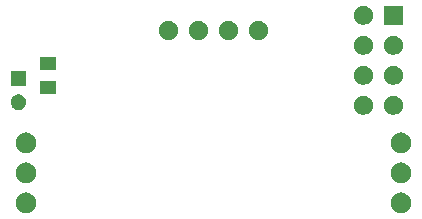
<source format=gbr>
G04 #@! TF.GenerationSoftware,KiCad,Pcbnew,(5.0.2)-1*
G04 #@! TF.CreationDate,2019-08-29T18:00:00-04:00*
G04 #@! TF.ProjectId,IGEM_Device,4947454d-5f44-4657-9669-63652e6b6963,rev?*
G04 #@! TF.SameCoordinates,Original*
G04 #@! TF.FileFunction,Soldermask,Bot*
G04 #@! TF.FilePolarity,Negative*
%FSLAX46Y46*%
G04 Gerber Fmt 4.6, Leading zero omitted, Abs format (unit mm)*
G04 Created by KiCad (PCBNEW (5.0.2)-1) date 2019-08-29 6:00:00 PM*
%MOMM*%
%LPD*%
G01*
G04 APERTURE LIST*
%ADD10C,0.100000*%
G04 APERTURE END LIST*
D10*
G36*
X173525997Y-67720342D02*
X173610666Y-67737183D01*
X173676738Y-67764551D01*
X173770177Y-67803255D01*
X173913739Y-67899180D01*
X174035820Y-68021261D01*
X174131745Y-68164823D01*
X174197817Y-68324335D01*
X174231500Y-68493671D01*
X174231500Y-68666329D01*
X174197817Y-68835665D01*
X174131745Y-68995177D01*
X174035820Y-69138739D01*
X173913739Y-69260820D01*
X173770177Y-69356745D01*
X173676738Y-69395449D01*
X173610666Y-69422817D01*
X173525997Y-69439658D01*
X173441329Y-69456500D01*
X173268671Y-69456500D01*
X173184003Y-69439658D01*
X173099334Y-69422817D01*
X173033262Y-69395449D01*
X172939823Y-69356745D01*
X172796261Y-69260820D01*
X172674180Y-69138739D01*
X172578255Y-68995177D01*
X172512183Y-68835665D01*
X172478500Y-68666329D01*
X172478500Y-68493671D01*
X172512183Y-68324335D01*
X172578255Y-68164823D01*
X172674180Y-68021261D01*
X172796261Y-67899180D01*
X172939823Y-67803255D01*
X173033262Y-67764551D01*
X173099334Y-67737183D01*
X173184003Y-67720342D01*
X173268671Y-67703500D01*
X173441329Y-67703500D01*
X173525997Y-67720342D01*
X173525997Y-67720342D01*
G37*
G36*
X141775997Y-67720342D02*
X141860666Y-67737183D01*
X141926738Y-67764551D01*
X142020177Y-67803255D01*
X142163739Y-67899180D01*
X142285820Y-68021261D01*
X142381745Y-68164823D01*
X142447817Y-68324335D01*
X142481500Y-68493671D01*
X142481500Y-68666329D01*
X142447817Y-68835665D01*
X142381745Y-68995177D01*
X142285820Y-69138739D01*
X142163739Y-69260820D01*
X142020177Y-69356745D01*
X141926738Y-69395449D01*
X141860666Y-69422817D01*
X141775997Y-69439658D01*
X141691329Y-69456500D01*
X141518671Y-69456500D01*
X141434003Y-69439658D01*
X141349334Y-69422817D01*
X141283262Y-69395449D01*
X141189823Y-69356745D01*
X141046261Y-69260820D01*
X140924180Y-69138739D01*
X140828255Y-68995177D01*
X140762183Y-68835665D01*
X140728500Y-68666329D01*
X140728500Y-68493671D01*
X140762183Y-68324335D01*
X140828255Y-68164823D01*
X140924180Y-68021261D01*
X141046261Y-67899180D01*
X141189823Y-67803255D01*
X141283262Y-67764551D01*
X141349334Y-67737183D01*
X141434003Y-67720342D01*
X141518671Y-67703500D01*
X141691329Y-67703500D01*
X141775997Y-67720342D01*
X141775997Y-67720342D01*
G37*
G36*
X173525997Y-65180342D02*
X173610666Y-65197183D01*
X173676738Y-65224551D01*
X173770177Y-65263255D01*
X173913739Y-65359180D01*
X174035820Y-65481261D01*
X174131745Y-65624823D01*
X174197817Y-65784335D01*
X174231500Y-65953671D01*
X174231500Y-66126329D01*
X174197817Y-66295665D01*
X174131745Y-66455177D01*
X174035820Y-66598739D01*
X173913739Y-66720820D01*
X173770177Y-66816745D01*
X173676738Y-66855449D01*
X173610666Y-66882817D01*
X173525997Y-66899659D01*
X173441329Y-66916500D01*
X173268671Y-66916500D01*
X173184003Y-66899659D01*
X173099334Y-66882817D01*
X173033262Y-66855449D01*
X172939823Y-66816745D01*
X172796261Y-66720820D01*
X172674180Y-66598739D01*
X172578255Y-66455177D01*
X172512183Y-66295665D01*
X172478500Y-66126329D01*
X172478500Y-65953671D01*
X172512183Y-65784335D01*
X172578255Y-65624823D01*
X172674180Y-65481261D01*
X172796261Y-65359180D01*
X172939823Y-65263255D01*
X173033262Y-65224551D01*
X173099334Y-65197183D01*
X173184003Y-65180342D01*
X173268671Y-65163500D01*
X173441329Y-65163500D01*
X173525997Y-65180342D01*
X173525997Y-65180342D01*
G37*
G36*
X141775997Y-65180342D02*
X141860666Y-65197183D01*
X141926738Y-65224551D01*
X142020177Y-65263255D01*
X142163739Y-65359180D01*
X142285820Y-65481261D01*
X142381745Y-65624823D01*
X142447817Y-65784335D01*
X142481500Y-65953671D01*
X142481500Y-66126329D01*
X142447817Y-66295665D01*
X142381745Y-66455177D01*
X142285820Y-66598739D01*
X142163739Y-66720820D01*
X142020177Y-66816745D01*
X141926738Y-66855449D01*
X141860666Y-66882817D01*
X141775997Y-66899659D01*
X141691329Y-66916500D01*
X141518671Y-66916500D01*
X141434003Y-66899659D01*
X141349334Y-66882817D01*
X141283262Y-66855449D01*
X141189823Y-66816745D01*
X141046261Y-66720820D01*
X140924180Y-66598739D01*
X140828255Y-66455177D01*
X140762183Y-66295665D01*
X140728500Y-66126329D01*
X140728500Y-65953671D01*
X140762183Y-65784335D01*
X140828255Y-65624823D01*
X140924180Y-65481261D01*
X141046261Y-65359180D01*
X141189823Y-65263255D01*
X141283262Y-65224551D01*
X141349334Y-65197183D01*
X141434003Y-65180342D01*
X141518671Y-65163500D01*
X141691329Y-65163500D01*
X141775997Y-65180342D01*
X141775997Y-65180342D01*
G37*
G36*
X173525997Y-62640342D02*
X173610666Y-62657183D01*
X173676738Y-62684551D01*
X173770177Y-62723255D01*
X173913739Y-62819180D01*
X174035820Y-62941261D01*
X174131745Y-63084823D01*
X174197817Y-63244335D01*
X174231500Y-63413671D01*
X174231500Y-63586329D01*
X174197817Y-63755665D01*
X174131745Y-63915177D01*
X174035820Y-64058739D01*
X173913739Y-64180820D01*
X173770177Y-64276745D01*
X173676738Y-64315449D01*
X173610666Y-64342817D01*
X173525997Y-64359659D01*
X173441329Y-64376500D01*
X173268671Y-64376500D01*
X173184003Y-64359659D01*
X173099334Y-64342817D01*
X173033262Y-64315449D01*
X172939823Y-64276745D01*
X172796261Y-64180820D01*
X172674180Y-64058739D01*
X172578255Y-63915177D01*
X172512183Y-63755665D01*
X172478500Y-63586329D01*
X172478500Y-63413671D01*
X172512183Y-63244335D01*
X172578255Y-63084823D01*
X172674180Y-62941261D01*
X172796261Y-62819180D01*
X172939823Y-62723255D01*
X173033262Y-62684551D01*
X173099334Y-62657183D01*
X173184003Y-62640342D01*
X173268671Y-62623500D01*
X173441329Y-62623500D01*
X173525997Y-62640342D01*
X173525997Y-62640342D01*
G37*
G36*
X141775997Y-62640342D02*
X141860666Y-62657183D01*
X141926738Y-62684551D01*
X142020177Y-62723255D01*
X142163739Y-62819180D01*
X142285820Y-62941261D01*
X142381745Y-63084823D01*
X142447817Y-63244335D01*
X142481500Y-63413671D01*
X142481500Y-63586329D01*
X142447817Y-63755665D01*
X142381745Y-63915177D01*
X142285820Y-64058739D01*
X142163739Y-64180820D01*
X142020177Y-64276745D01*
X141926738Y-64315449D01*
X141860666Y-64342817D01*
X141775997Y-64359659D01*
X141691329Y-64376500D01*
X141518671Y-64376500D01*
X141434003Y-64359659D01*
X141349334Y-64342817D01*
X141283262Y-64315449D01*
X141189823Y-64276745D01*
X141046261Y-64180820D01*
X140924180Y-64058739D01*
X140828255Y-63915177D01*
X140762183Y-63755665D01*
X140728500Y-63586329D01*
X140728500Y-63413671D01*
X140762183Y-63244335D01*
X140828255Y-63084823D01*
X140924180Y-62941261D01*
X141046261Y-62819180D01*
X141189823Y-62723255D01*
X141283262Y-62684551D01*
X141349334Y-62657183D01*
X141434003Y-62640342D01*
X141518671Y-62623500D01*
X141691329Y-62623500D01*
X141775997Y-62640342D01*
X141775997Y-62640342D01*
G37*
G36*
X170414807Y-59550935D02*
X170414809Y-59550936D01*
X170414810Y-59550936D01*
X170561310Y-59611618D01*
X170599988Y-59637462D01*
X170693161Y-59699718D01*
X170805282Y-59811839D01*
X170805284Y-59811842D01*
X170893382Y-59943690D01*
X170912766Y-59990488D01*
X170954065Y-60090193D01*
X170985000Y-60245713D01*
X170985000Y-60404287D01*
X170971424Y-60472539D01*
X170954064Y-60559810D01*
X170893382Y-60706310D01*
X170893381Y-60706311D01*
X170805282Y-60838161D01*
X170693161Y-60950282D01*
X170693158Y-60950284D01*
X170561310Y-61038382D01*
X170414810Y-61099064D01*
X170414809Y-61099064D01*
X170414807Y-61099065D01*
X170259287Y-61130000D01*
X170100713Y-61130000D01*
X169945193Y-61099065D01*
X169945191Y-61099064D01*
X169945190Y-61099064D01*
X169798690Y-61038382D01*
X169666842Y-60950284D01*
X169666839Y-60950282D01*
X169554718Y-60838161D01*
X169466619Y-60706311D01*
X169466618Y-60706310D01*
X169405936Y-60559810D01*
X169388577Y-60472539D01*
X169375000Y-60404287D01*
X169375000Y-60245713D01*
X169405935Y-60090193D01*
X169447234Y-59990488D01*
X169466618Y-59943690D01*
X169554716Y-59811842D01*
X169554718Y-59811839D01*
X169666839Y-59699718D01*
X169760012Y-59637462D01*
X169798690Y-59611618D01*
X169945190Y-59550936D01*
X169945191Y-59550936D01*
X169945193Y-59550935D01*
X170100713Y-59520000D01*
X170259287Y-59520000D01*
X170414807Y-59550935D01*
X170414807Y-59550935D01*
G37*
G36*
X172954807Y-59550935D02*
X172954809Y-59550936D01*
X172954810Y-59550936D01*
X173101310Y-59611618D01*
X173139988Y-59637462D01*
X173233161Y-59699718D01*
X173345282Y-59811839D01*
X173345284Y-59811842D01*
X173433382Y-59943690D01*
X173452766Y-59990488D01*
X173494065Y-60090193D01*
X173525000Y-60245713D01*
X173525000Y-60404287D01*
X173511424Y-60472539D01*
X173494064Y-60559810D01*
X173433382Y-60706310D01*
X173433381Y-60706311D01*
X173345282Y-60838161D01*
X173233161Y-60950282D01*
X173233158Y-60950284D01*
X173101310Y-61038382D01*
X172954810Y-61099064D01*
X172954809Y-61099064D01*
X172954807Y-61099065D01*
X172799287Y-61130000D01*
X172640713Y-61130000D01*
X172485193Y-61099065D01*
X172485191Y-61099064D01*
X172485190Y-61099064D01*
X172338690Y-61038382D01*
X172206842Y-60950284D01*
X172206839Y-60950282D01*
X172094718Y-60838161D01*
X172006619Y-60706311D01*
X172006618Y-60706310D01*
X171945936Y-60559810D01*
X171928577Y-60472539D01*
X171915000Y-60404287D01*
X171915000Y-60245713D01*
X171945935Y-60090193D01*
X171987234Y-59990488D01*
X172006618Y-59943690D01*
X172094716Y-59811842D01*
X172094718Y-59811839D01*
X172206839Y-59699718D01*
X172300012Y-59637462D01*
X172338690Y-59611618D01*
X172485190Y-59550936D01*
X172485191Y-59550936D01*
X172485193Y-59550935D01*
X172640713Y-59520000D01*
X172799287Y-59520000D01*
X172954807Y-59550935D01*
X172954807Y-59550935D01*
G37*
G36*
X141161056Y-59425171D02*
X141280259Y-59474547D01*
X141348285Y-59520000D01*
X141387539Y-59546229D01*
X141478771Y-59637461D01*
X141550453Y-59744741D01*
X141599829Y-59863944D01*
X141625000Y-59990487D01*
X141625000Y-60119513D01*
X141599829Y-60246056D01*
X141550453Y-60365259D01*
X141524376Y-60404287D01*
X141478771Y-60472539D01*
X141387539Y-60563771D01*
X141280259Y-60635453D01*
X141161056Y-60684829D01*
X141034513Y-60710000D01*
X140905487Y-60710000D01*
X140778944Y-60684829D01*
X140659741Y-60635453D01*
X140552461Y-60563771D01*
X140461229Y-60472539D01*
X140415625Y-60404287D01*
X140389547Y-60365259D01*
X140340171Y-60246056D01*
X140315000Y-60119513D01*
X140315000Y-59990487D01*
X140340171Y-59863944D01*
X140389547Y-59744741D01*
X140461229Y-59637461D01*
X140552461Y-59546229D01*
X140591716Y-59520000D01*
X140659741Y-59474547D01*
X140778944Y-59425171D01*
X140905487Y-59400000D01*
X141034513Y-59400000D01*
X141161056Y-59425171D01*
X141161056Y-59425171D01*
G37*
G36*
X144186000Y-59336000D02*
X142834000Y-59336000D01*
X142834000Y-58234000D01*
X144186000Y-58234000D01*
X144186000Y-59336000D01*
X144186000Y-59336000D01*
G37*
G36*
X141625000Y-58710000D02*
X140315000Y-58710000D01*
X140315000Y-57400000D01*
X141625000Y-57400000D01*
X141625000Y-58710000D01*
X141625000Y-58710000D01*
G37*
G36*
X170414807Y-57010935D02*
X170414809Y-57010936D01*
X170414810Y-57010936D01*
X170561310Y-57071618D01*
X170561311Y-57071619D01*
X170693161Y-57159718D01*
X170805282Y-57271839D01*
X170805284Y-57271842D01*
X170893382Y-57403690D01*
X170954064Y-57550190D01*
X170985000Y-57705714D01*
X170985000Y-57864286D01*
X170954064Y-58019810D01*
X170893382Y-58166310D01*
X170893381Y-58166311D01*
X170805282Y-58298161D01*
X170693161Y-58410282D01*
X170693158Y-58410284D01*
X170561310Y-58498382D01*
X170414810Y-58559064D01*
X170414809Y-58559064D01*
X170414807Y-58559065D01*
X170259287Y-58590000D01*
X170100713Y-58590000D01*
X169945193Y-58559065D01*
X169945191Y-58559064D01*
X169945190Y-58559064D01*
X169798690Y-58498382D01*
X169666842Y-58410284D01*
X169666839Y-58410282D01*
X169554718Y-58298161D01*
X169466619Y-58166311D01*
X169466618Y-58166310D01*
X169405936Y-58019810D01*
X169375000Y-57864286D01*
X169375000Y-57705714D01*
X169405936Y-57550190D01*
X169466618Y-57403690D01*
X169554716Y-57271842D01*
X169554718Y-57271839D01*
X169666839Y-57159718D01*
X169798689Y-57071619D01*
X169798690Y-57071618D01*
X169945190Y-57010936D01*
X169945191Y-57010936D01*
X169945193Y-57010935D01*
X170100713Y-56980000D01*
X170259287Y-56980000D01*
X170414807Y-57010935D01*
X170414807Y-57010935D01*
G37*
G36*
X172954807Y-57010935D02*
X172954809Y-57010936D01*
X172954810Y-57010936D01*
X173101310Y-57071618D01*
X173101311Y-57071619D01*
X173233161Y-57159718D01*
X173345282Y-57271839D01*
X173345284Y-57271842D01*
X173433382Y-57403690D01*
X173494064Y-57550190D01*
X173525000Y-57705714D01*
X173525000Y-57864286D01*
X173494064Y-58019810D01*
X173433382Y-58166310D01*
X173433381Y-58166311D01*
X173345282Y-58298161D01*
X173233161Y-58410282D01*
X173233158Y-58410284D01*
X173101310Y-58498382D01*
X172954810Y-58559064D01*
X172954809Y-58559064D01*
X172954807Y-58559065D01*
X172799287Y-58590000D01*
X172640713Y-58590000D01*
X172485193Y-58559065D01*
X172485191Y-58559064D01*
X172485190Y-58559064D01*
X172338690Y-58498382D01*
X172206842Y-58410284D01*
X172206839Y-58410282D01*
X172094718Y-58298161D01*
X172006619Y-58166311D01*
X172006618Y-58166310D01*
X171945936Y-58019810D01*
X171915000Y-57864286D01*
X171915000Y-57705714D01*
X171945936Y-57550190D01*
X172006618Y-57403690D01*
X172094716Y-57271842D01*
X172094718Y-57271839D01*
X172206839Y-57159718D01*
X172338689Y-57071619D01*
X172338690Y-57071618D01*
X172485190Y-57010936D01*
X172485191Y-57010936D01*
X172485193Y-57010935D01*
X172640713Y-56980000D01*
X172799287Y-56980000D01*
X172954807Y-57010935D01*
X172954807Y-57010935D01*
G37*
G36*
X144186000Y-57336000D02*
X142834000Y-57336000D01*
X142834000Y-56234000D01*
X144186000Y-56234000D01*
X144186000Y-57336000D01*
X144186000Y-57336000D01*
G37*
G36*
X170414807Y-54470935D02*
X170414809Y-54470936D01*
X170414810Y-54470936D01*
X170561310Y-54531618D01*
X170561311Y-54531619D01*
X170693161Y-54619718D01*
X170805282Y-54731839D01*
X170805284Y-54731842D01*
X170893382Y-54863690D01*
X170954064Y-55010190D01*
X170985000Y-55165714D01*
X170985000Y-55324286D01*
X170954064Y-55479810D01*
X170893382Y-55626310D01*
X170893381Y-55626311D01*
X170805282Y-55758161D01*
X170693161Y-55870282D01*
X170693158Y-55870284D01*
X170561310Y-55958382D01*
X170414810Y-56019064D01*
X170414809Y-56019064D01*
X170414807Y-56019065D01*
X170259287Y-56050000D01*
X170100713Y-56050000D01*
X169945193Y-56019065D01*
X169945191Y-56019064D01*
X169945190Y-56019064D01*
X169798690Y-55958382D01*
X169666842Y-55870284D01*
X169666839Y-55870282D01*
X169554718Y-55758161D01*
X169466619Y-55626311D01*
X169466618Y-55626310D01*
X169405936Y-55479810D01*
X169375000Y-55324286D01*
X169375000Y-55165714D01*
X169405936Y-55010190D01*
X169466618Y-54863690D01*
X169554716Y-54731842D01*
X169554718Y-54731839D01*
X169666839Y-54619718D01*
X169798689Y-54531619D01*
X169798690Y-54531618D01*
X169945190Y-54470936D01*
X169945191Y-54470936D01*
X169945193Y-54470935D01*
X170100713Y-54440000D01*
X170259287Y-54440000D01*
X170414807Y-54470935D01*
X170414807Y-54470935D01*
G37*
G36*
X172954807Y-54470935D02*
X172954809Y-54470936D01*
X172954810Y-54470936D01*
X173101310Y-54531618D01*
X173101311Y-54531619D01*
X173233161Y-54619718D01*
X173345282Y-54731839D01*
X173345284Y-54731842D01*
X173433382Y-54863690D01*
X173494064Y-55010190D01*
X173525000Y-55165714D01*
X173525000Y-55324286D01*
X173494064Y-55479810D01*
X173433382Y-55626310D01*
X173433381Y-55626311D01*
X173345282Y-55758161D01*
X173233161Y-55870282D01*
X173233158Y-55870284D01*
X173101310Y-55958382D01*
X172954810Y-56019064D01*
X172954809Y-56019064D01*
X172954807Y-56019065D01*
X172799287Y-56050000D01*
X172640713Y-56050000D01*
X172485193Y-56019065D01*
X172485191Y-56019064D01*
X172485190Y-56019064D01*
X172338690Y-55958382D01*
X172206842Y-55870284D01*
X172206839Y-55870282D01*
X172094718Y-55758161D01*
X172006619Y-55626311D01*
X172006618Y-55626310D01*
X171945936Y-55479810D01*
X171915000Y-55324286D01*
X171915000Y-55165714D01*
X171945936Y-55010190D01*
X172006618Y-54863690D01*
X172094716Y-54731842D01*
X172094718Y-54731839D01*
X172206839Y-54619718D01*
X172338689Y-54531619D01*
X172338690Y-54531618D01*
X172485190Y-54470936D01*
X172485191Y-54470936D01*
X172485193Y-54470935D01*
X172640713Y-54440000D01*
X172799287Y-54440000D01*
X172954807Y-54470935D01*
X172954807Y-54470935D01*
G37*
G36*
X161527142Y-53193242D02*
X161675102Y-53254530D01*
X161808258Y-53343502D01*
X161921498Y-53456742D01*
X162010470Y-53589898D01*
X162071758Y-53737858D01*
X162103000Y-53894925D01*
X162103000Y-54055075D01*
X162071758Y-54212142D01*
X162010470Y-54360102D01*
X161921498Y-54493258D01*
X161808258Y-54606498D01*
X161675102Y-54695470D01*
X161527142Y-54756758D01*
X161370075Y-54788000D01*
X161209925Y-54788000D01*
X161052858Y-54756758D01*
X160904898Y-54695470D01*
X160771742Y-54606498D01*
X160658502Y-54493258D01*
X160569530Y-54360102D01*
X160508242Y-54212142D01*
X160477000Y-54055075D01*
X160477000Y-53894925D01*
X160508242Y-53737858D01*
X160569530Y-53589898D01*
X160658502Y-53456742D01*
X160771742Y-53343502D01*
X160904898Y-53254530D01*
X161052858Y-53193242D01*
X161209925Y-53162000D01*
X161370075Y-53162000D01*
X161527142Y-53193242D01*
X161527142Y-53193242D01*
G37*
G36*
X158987142Y-53193242D02*
X159135102Y-53254530D01*
X159268258Y-53343502D01*
X159381498Y-53456742D01*
X159470470Y-53589898D01*
X159531758Y-53737858D01*
X159563000Y-53894925D01*
X159563000Y-54055075D01*
X159531758Y-54212142D01*
X159470470Y-54360102D01*
X159381498Y-54493258D01*
X159268258Y-54606498D01*
X159135102Y-54695470D01*
X158987142Y-54756758D01*
X158830075Y-54788000D01*
X158669925Y-54788000D01*
X158512858Y-54756758D01*
X158364898Y-54695470D01*
X158231742Y-54606498D01*
X158118502Y-54493258D01*
X158029530Y-54360102D01*
X157968242Y-54212142D01*
X157937000Y-54055075D01*
X157937000Y-53894925D01*
X157968242Y-53737858D01*
X158029530Y-53589898D01*
X158118502Y-53456742D01*
X158231742Y-53343502D01*
X158364898Y-53254530D01*
X158512858Y-53193242D01*
X158669925Y-53162000D01*
X158830075Y-53162000D01*
X158987142Y-53193242D01*
X158987142Y-53193242D01*
G37*
G36*
X156447142Y-53193242D02*
X156595102Y-53254530D01*
X156728258Y-53343502D01*
X156841498Y-53456742D01*
X156930470Y-53589898D01*
X156991758Y-53737858D01*
X157023000Y-53894925D01*
X157023000Y-54055075D01*
X156991758Y-54212142D01*
X156930470Y-54360102D01*
X156841498Y-54493258D01*
X156728258Y-54606498D01*
X156595102Y-54695470D01*
X156447142Y-54756758D01*
X156290075Y-54788000D01*
X156129925Y-54788000D01*
X155972858Y-54756758D01*
X155824898Y-54695470D01*
X155691742Y-54606498D01*
X155578502Y-54493258D01*
X155489530Y-54360102D01*
X155428242Y-54212142D01*
X155397000Y-54055075D01*
X155397000Y-53894925D01*
X155428242Y-53737858D01*
X155489530Y-53589898D01*
X155578502Y-53456742D01*
X155691742Y-53343502D01*
X155824898Y-53254530D01*
X155972858Y-53193242D01*
X156129925Y-53162000D01*
X156290075Y-53162000D01*
X156447142Y-53193242D01*
X156447142Y-53193242D01*
G37*
G36*
X153907142Y-53193242D02*
X154055102Y-53254530D01*
X154188258Y-53343502D01*
X154301498Y-53456742D01*
X154390470Y-53589898D01*
X154451758Y-53737858D01*
X154483000Y-53894925D01*
X154483000Y-54055075D01*
X154451758Y-54212142D01*
X154390470Y-54360102D01*
X154301498Y-54493258D01*
X154188258Y-54606498D01*
X154055102Y-54695470D01*
X153907142Y-54756758D01*
X153750075Y-54788000D01*
X153589925Y-54788000D01*
X153432858Y-54756758D01*
X153284898Y-54695470D01*
X153151742Y-54606498D01*
X153038502Y-54493258D01*
X152949530Y-54360102D01*
X152888242Y-54212142D01*
X152857000Y-54055075D01*
X152857000Y-53894925D01*
X152888242Y-53737858D01*
X152949530Y-53589898D01*
X153038502Y-53456742D01*
X153151742Y-53343502D01*
X153284898Y-53254530D01*
X153432858Y-53193242D01*
X153589925Y-53162000D01*
X153750075Y-53162000D01*
X153907142Y-53193242D01*
X153907142Y-53193242D01*
G37*
G36*
X173525000Y-53510000D02*
X171915000Y-53510000D01*
X171915000Y-51900000D01*
X173525000Y-51900000D01*
X173525000Y-53510000D01*
X173525000Y-53510000D01*
G37*
G36*
X170414807Y-51930935D02*
X170414809Y-51930936D01*
X170414810Y-51930936D01*
X170561310Y-51991618D01*
X170561311Y-51991619D01*
X170693161Y-52079718D01*
X170805282Y-52191839D01*
X170805284Y-52191842D01*
X170893382Y-52323690D01*
X170954064Y-52470190D01*
X170985000Y-52625714D01*
X170985000Y-52784286D01*
X170954064Y-52939810D01*
X170893382Y-53086310D01*
X170821932Y-53193242D01*
X170805282Y-53218161D01*
X170693161Y-53330282D01*
X170693158Y-53330284D01*
X170561310Y-53418382D01*
X170414810Y-53479064D01*
X170414809Y-53479064D01*
X170414807Y-53479065D01*
X170259287Y-53510000D01*
X170100713Y-53510000D01*
X169945193Y-53479065D01*
X169945191Y-53479064D01*
X169945190Y-53479064D01*
X169798690Y-53418382D01*
X169666842Y-53330284D01*
X169666839Y-53330282D01*
X169554718Y-53218161D01*
X169538068Y-53193242D01*
X169466618Y-53086310D01*
X169405936Y-52939810D01*
X169375000Y-52784286D01*
X169375000Y-52625714D01*
X169405936Y-52470190D01*
X169466618Y-52323690D01*
X169554716Y-52191842D01*
X169554718Y-52191839D01*
X169666839Y-52079718D01*
X169798689Y-51991619D01*
X169798690Y-51991618D01*
X169945190Y-51930936D01*
X169945191Y-51930936D01*
X169945193Y-51930935D01*
X170100713Y-51900000D01*
X170259287Y-51900000D01*
X170414807Y-51930935D01*
X170414807Y-51930935D01*
G37*
M02*

</source>
